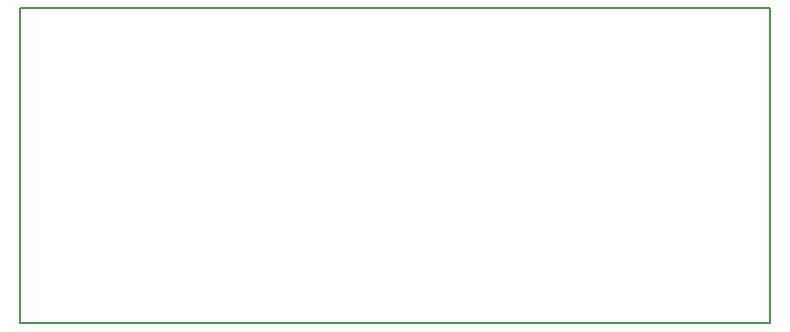
<source format=gbr>
%TF.GenerationSoftware,KiCad,Pcbnew,4.1.0-alpha+201607051515+6967~46~ubuntu15.10.1-product*%
%TF.CreationDate,2016-07-07T14:30:01+02:00*%
%TF.ProjectId,robot1,726F626F74312E6B696361645F706362,rev?*%
%TF.FileFunction,Profile,NP*%
%FSLAX46Y46*%
G04 Gerber Fmt 4.6, Leading zero omitted, Abs format (unit mm)*
G04 Created by KiCad (PCBNEW 4.1.0-alpha+201607051515+6967~46~ubuntu15.10.1-product) date Thu Jul  7 14:30:01 2016*
%MOMM*%
%LPD*%
G01*
G04 APERTURE LIST*
%ADD10C,0.100000*%
%ADD11C,0.150000*%
G04 APERTURE END LIST*
D10*
D11*
X204470000Y-115570000D02*
X204470000Y-142240000D01*
X140970000Y-142240000D02*
X204500000Y-142240000D01*
X140970000Y-115570000D02*
X204500000Y-115570000D01*
X140970000Y-115570000D02*
X140970000Y-142240000D01*
M02*

</source>
